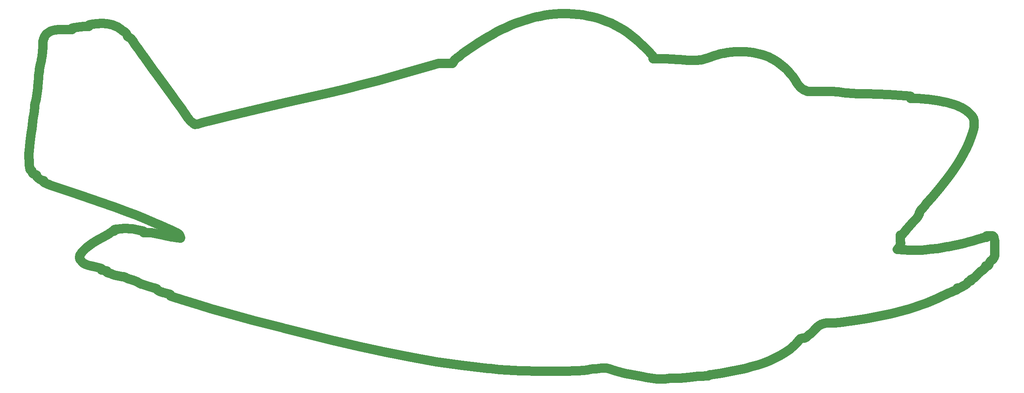
<source format=gbr>
%TF.GenerationSoftware,KiCad,Pcbnew,9.0.6*%
%TF.CreationDate,2025-11-25T23:45:01-06:00*%
%TF.ProjectId,1745LightUpBoard,31373435-4c69-4676-9874-5570426f6172,rev?*%
%TF.SameCoordinates,Original*%
%TF.FileFunction,Profile,NP*%
%FSLAX46Y46*%
G04 Gerber Fmt 4.6, Leading zero omitted, Abs format (unit mm)*
G04 Created by KiCad (PCBNEW 9.0.6) date 2025-11-25 23:45:01*
%MOMM*%
%LPD*%
G01*
G04 APERTURE LIST*
%TA.AperFunction,Profile*%
%ADD10C,2.000000*%
%TD*%
G04 APERTURE END LIST*
D10*
X159948369Y-42522447D02*
X161028813Y-42567653D01*
X162100986Y-42657611D01*
X163163476Y-42792641D01*
X164214867Y-42973066D01*
X165253749Y-43199206D01*
X166278706Y-43471386D01*
X167288325Y-43789925D01*
X168281193Y-44155146D01*
X169255897Y-44567371D01*
X170211023Y-45026922D01*
X171145157Y-45534120D01*
X172056887Y-46089288D01*
X172944799Y-46692747D01*
X173807479Y-47344819D01*
X174643514Y-48045826D01*
X175099662Y-48444870D01*
X175984551Y-49237825D01*
X176421154Y-49642202D01*
X176849907Y-50054722D01*
X177267841Y-50477542D01*
X177471824Y-50693488D01*
X177671989Y-50912817D01*
X177867966Y-51135801D01*
X178059383Y-51362707D01*
X178245869Y-51593805D01*
X178427054Y-51829366D01*
X178427054Y-52345307D01*
X178714330Y-52339847D01*
X180079209Y-52328841D01*
X180759207Y-52333819D01*
X181438288Y-52347577D01*
X182116985Y-52371458D01*
X182795833Y-52406807D01*
X183475364Y-52454968D01*
X184156112Y-52517284D01*
X185076387Y-52603110D01*
X185957354Y-52667789D01*
X186386446Y-52688342D01*
X186809730Y-52698981D01*
X187228545Y-52698162D01*
X187644230Y-52684345D01*
X188058127Y-52655985D01*
X188471572Y-52611542D01*
X188885908Y-52549471D01*
X189302472Y-52468232D01*
X189722605Y-52366281D01*
X190147646Y-52242075D01*
X190578934Y-52094074D01*
X191017809Y-51920733D01*
X191681512Y-51666363D01*
X192376955Y-51444681D01*
X193099691Y-51255538D01*
X193845273Y-51098784D01*
X194609255Y-50974269D01*
X195387188Y-50881843D01*
X196174627Y-50821359D01*
X196967125Y-50792664D01*
X197760234Y-50795611D01*
X198549508Y-50830050D01*
X199330500Y-50895831D01*
X200098762Y-50992804D01*
X200849849Y-51120821D01*
X201579313Y-51279731D01*
X202282706Y-51469385D01*
X202955583Y-51689633D01*
X203514800Y-51936985D01*
X204050128Y-52199085D01*
X204562763Y-52476330D01*
X205053903Y-52769119D01*
X205524742Y-53077848D01*
X205976479Y-53402916D01*
X206410309Y-53744720D01*
X206827430Y-54103658D01*
X207229037Y-54480128D01*
X207616328Y-54874527D01*
X207990499Y-55287253D01*
X208352747Y-55718704D01*
X208704268Y-56169277D01*
X209046258Y-56639371D01*
X209379915Y-57129382D01*
X209706435Y-57639708D01*
X209817597Y-57804506D01*
X209929501Y-57962309D01*
X210042842Y-58113044D01*
X210158315Y-58256640D01*
X210276614Y-58393022D01*
X210398433Y-58522120D01*
X210524466Y-58643860D01*
X210655408Y-58758170D01*
X210791954Y-58864977D01*
X210934797Y-58964209D01*
X211084632Y-59055793D01*
X211242153Y-59139656D01*
X211408056Y-59215726D01*
X211583033Y-59283930D01*
X211767781Y-59344197D01*
X211962992Y-59396452D01*
X212244100Y-59414346D01*
X212524818Y-59426235D01*
X212805298Y-59432950D01*
X213085692Y-59435321D01*
X213646835Y-59430346D01*
X214209467Y-59417950D01*
X215459678Y-59403841D01*
X216061351Y-59397374D01*
X216584753Y-59402878D01*
X217106423Y-59420641D01*
X217626683Y-59449873D01*
X218145850Y-59489784D01*
X218664245Y-59539583D01*
X219182187Y-59598481D01*
X219699996Y-59665687D01*
X220217990Y-59740410D01*
X220790371Y-59802349D01*
X221362847Y-59851320D01*
X221935523Y-59889225D01*
X222508502Y-59917962D01*
X223655787Y-59955534D01*
X224805538Y-59979236D01*
X227187398Y-60043196D01*
X229565871Y-60140914D01*
X231942864Y-60270064D01*
X234320280Y-60428323D01*
X234320280Y-60944263D01*
X234649081Y-60934057D01*
X235152484Y-60932687D01*
X235652322Y-60944952D01*
X236149559Y-60969596D01*
X236645161Y-61005361D01*
X237140093Y-61050989D01*
X237635318Y-61105222D01*
X238131801Y-61166804D01*
X238630507Y-61234475D01*
X239293736Y-61327186D01*
X240433482Y-61503125D01*
X241585893Y-61712572D01*
X242160899Y-61836051D01*
X242731934Y-61975335D01*
X243296618Y-62132901D01*
X243852572Y-62311224D01*
X244397416Y-62512781D01*
X244928771Y-62740047D01*
X245444258Y-62995500D01*
X245941498Y-63281615D01*
X246418110Y-63600868D01*
X246871716Y-63955736D01*
X247299937Y-64348695D01*
X247700393Y-64782220D01*
X247794541Y-64925613D01*
X247875351Y-65071806D01*
X247943669Y-65220612D01*
X248000336Y-65371843D01*
X248046197Y-65525311D01*
X248082094Y-65680829D01*
X248108871Y-65838210D01*
X248127372Y-65997265D01*
X248138439Y-66157807D01*
X248142916Y-66319649D01*
X248141647Y-66482604D01*
X248135474Y-66646482D01*
X248111790Y-66976263D01*
X248078613Y-67307491D01*
X247768269Y-68485426D01*
X247384408Y-69645896D01*
X246933008Y-70788818D01*
X246420043Y-71914112D01*
X245851489Y-73021696D01*
X245233322Y-74111488D01*
X244571518Y-75183408D01*
X243872053Y-76237374D01*
X243140901Y-77273304D01*
X242384040Y-78291117D01*
X240817089Y-80272068D01*
X239219007Y-82179574D01*
X237637598Y-84012985D01*
X237400832Y-84289009D01*
X237070798Y-84670878D01*
X236739409Y-85051571D01*
X236614412Y-85205137D01*
X236563306Y-85269323D01*
X236518786Y-85327057D01*
X236480095Y-85379799D01*
X236446477Y-85429009D01*
X236417174Y-85476144D01*
X236391431Y-85522665D01*
X236368490Y-85570031D01*
X236347595Y-85619702D01*
X236327988Y-85673136D01*
X236308913Y-85731794D01*
X236289614Y-85797134D01*
X236269332Y-85870617D01*
X236222799Y-86047845D01*
X236176552Y-86171008D01*
X236126292Y-86288667D01*
X236072166Y-86401315D01*
X236014320Y-86509443D01*
X235952902Y-86613542D01*
X235888058Y-86714104D01*
X235819934Y-86811620D01*
X235748677Y-86906582D01*
X235674434Y-86999480D01*
X235597352Y-87090807D01*
X235517576Y-87181053D01*
X235435254Y-87270711D01*
X235263558Y-87450225D01*
X235083437Y-87633282D01*
X234771811Y-87962342D01*
X234466128Y-88293921D01*
X234165875Y-88628466D01*
X233870541Y-88966428D01*
X233579611Y-89308257D01*
X233292575Y-89654401D01*
X233008918Y-90005310D01*
X232728129Y-90361435D01*
X232428510Y-90696660D01*
X232084551Y-90696660D01*
X232108737Y-91199157D01*
X232127547Y-91857518D01*
X232151730Y-92510503D01*
X232135772Y-92634991D01*
X232117290Y-92747421D01*
X232095933Y-92849108D01*
X232071350Y-92941368D01*
X232043189Y-93025519D01*
X232011097Y-93102875D01*
X231974723Y-93174753D01*
X231933716Y-93242469D01*
X231887723Y-93307338D01*
X231836393Y-93370678D01*
X231779374Y-93433804D01*
X231716315Y-93498031D01*
X231646863Y-93564677D01*
X231570666Y-93635057D01*
X231396634Y-93792284D01*
X232858884Y-93882157D01*
X234011027Y-93944240D01*
X234955848Y-93976519D01*
X235796131Y-93976978D01*
X236634660Y-93943601D01*
X237574221Y-93874373D01*
X238717597Y-93767278D01*
X240167572Y-93620302D01*
X240599536Y-93532972D01*
X241439277Y-93360990D01*
X241813641Y-93294406D01*
X242188547Y-93234520D01*
X242564182Y-93179087D01*
X242940736Y-93125859D01*
X243737069Y-92991345D01*
X244527221Y-92832510D01*
X245312038Y-92652493D01*
X246092368Y-92454437D01*
X246869059Y-92241481D01*
X247642958Y-92016767D01*
X249185771Y-91544628D01*
X249608287Y-91414134D01*
X249983693Y-91296405D01*
X250093841Y-91268742D01*
X250182911Y-91247953D01*
X250222643Y-91239830D01*
X250260825Y-91233057D01*
X250298698Y-91227512D01*
X250337503Y-91223072D01*
X250378479Y-91219614D01*
X250422867Y-91217016D01*
X250471906Y-91215154D01*
X250526837Y-91213906D01*
X250659334Y-91212760D01*
X250830280Y-91212596D01*
X250830280Y-90868632D01*
X251446944Y-90859187D01*
X251795815Y-90856039D01*
X252005876Y-90859187D01*
X252206113Y-90868632D01*
X252257545Y-90925670D01*
X252304758Y-90989317D01*
X252347925Y-91059176D01*
X252387216Y-91134847D01*
X252422806Y-91215933D01*
X252454866Y-91302035D01*
X252509088Y-91487694D01*
X252551261Y-91688639D01*
X252582765Y-91901682D01*
X252604979Y-92123637D01*
X252619285Y-92351319D01*
X252627061Y-92581539D01*
X252629687Y-92811111D01*
X252625009Y-93255569D01*
X252616288Y-93659199D01*
X252614563Y-93996509D01*
X252634045Y-94403275D01*
X252636240Y-94660603D01*
X252634795Y-94775627D01*
X252630758Y-94883090D01*
X252623458Y-94984142D01*
X252612223Y-95079930D01*
X252596380Y-95171605D01*
X252575258Y-95260314D01*
X252548184Y-95347208D01*
X252514487Y-95433435D01*
X252473494Y-95520144D01*
X252424533Y-95608485D01*
X252366933Y-95699605D01*
X252300021Y-95794655D01*
X252223126Y-95894783D01*
X252135574Y-96001139D01*
X251690175Y-96371971D01*
X251508642Y-96694409D01*
X251446128Y-96809280D01*
X251394387Y-96909375D01*
X251347374Y-97006786D01*
X251299042Y-97113606D01*
X251174238Y-97403842D01*
X250658301Y-97403842D01*
X250561562Y-97694059D01*
X250503435Y-97783364D01*
X250444016Y-97866614D01*
X250383205Y-97944382D01*
X250320901Y-98017240D01*
X250257004Y-98085763D01*
X250191412Y-98150522D01*
X250124026Y-98212090D01*
X250054744Y-98271042D01*
X249983467Y-98327950D01*
X249910093Y-98383386D01*
X249834521Y-98437925D01*
X249756652Y-98492138D01*
X249420185Y-98717202D01*
X249362707Y-98761603D01*
X249307433Y-98806088D01*
X249254175Y-98850768D01*
X249202743Y-98895754D01*
X249152948Y-98941158D01*
X249104600Y-98987089D01*
X249057509Y-99033659D01*
X249011487Y-99080978D01*
X248966344Y-99129159D01*
X248921891Y-99178311D01*
X248834295Y-99279973D01*
X248747184Y-99386853D01*
X248659043Y-99499838D01*
X248583181Y-99588097D01*
X248510477Y-99669178D01*
X248440159Y-99743575D01*
X248371450Y-99811783D01*
X248303578Y-99874297D01*
X248235768Y-99931610D01*
X248167244Y-99984218D01*
X248097234Y-100032614D01*
X248024962Y-100077292D01*
X247949655Y-100118748D01*
X247870537Y-100157476D01*
X247786835Y-100193970D01*
X247697775Y-100228724D01*
X247602581Y-100262233D01*
X247500479Y-100294991D01*
X247390696Y-100327493D01*
X247390696Y-100671447D01*
X246874759Y-100843429D01*
X246530800Y-101359364D01*
X246344714Y-101461478D01*
X246275351Y-101498428D01*
X246211027Y-101531346D01*
X246143679Y-101564264D01*
X246065248Y-101601214D01*
X245842884Y-101703328D01*
X245402187Y-101982793D01*
X245262811Y-102060847D01*
X245204436Y-102092426D01*
X245151776Y-102119503D01*
X245103462Y-102142422D01*
X245058124Y-102161531D01*
X245014391Y-102177177D01*
X244970895Y-102189705D01*
X244926266Y-102199461D01*
X244879133Y-102206793D01*
X244828126Y-102212047D01*
X244771877Y-102215568D01*
X244709014Y-102217705D01*
X244638169Y-102218801D01*
X244467051Y-102219263D01*
X244467051Y-102563217D01*
X244169446Y-102677425D01*
X243655208Y-102883091D01*
X243144445Y-103095733D01*
X242636603Y-103314415D01*
X242131131Y-103538205D01*
X241125085Y-103997365D01*
X240121889Y-104465739D01*
X238941457Y-104984381D01*
X237743040Y-105468834D01*
X236528331Y-105920723D01*
X235299021Y-106341673D01*
X234056804Y-106733308D01*
X232803371Y-107097255D01*
X230269628Y-107748583D01*
X227711332Y-108308657D01*
X225142021Y-108790478D01*
X222575235Y-109207047D01*
X220024513Y-109571367D01*
X219537838Y-109637293D01*
X219255907Y-109671413D01*
X218975128Y-109702275D01*
X218695020Y-109729453D01*
X218415099Y-109752517D01*
X218134881Y-109771039D01*
X217853885Y-109784591D01*
X217571627Y-109792745D01*
X217287624Y-109795072D01*
X216812561Y-109796875D01*
X216586935Y-109801554D01*
X216368285Y-109810541D01*
X216155894Y-109825179D01*
X215949040Y-109846810D01*
X215747004Y-109876775D01*
X215549066Y-109916416D01*
X215354507Y-109967077D01*
X215162607Y-110030099D01*
X214972646Y-110106825D01*
X214783904Y-110198595D01*
X214595663Y-110306754D01*
X214407201Y-110432641D01*
X214217800Y-110577602D01*
X214026739Y-110742975D01*
X213810272Y-110975383D01*
X213594789Y-111208704D01*
X213380307Y-111442945D01*
X213166845Y-111678114D01*
X212941860Y-111878225D01*
X212714623Y-112075804D01*
X212485087Y-112270703D01*
X212253204Y-112462774D01*
X211857517Y-112796651D01*
X211720987Y-112881746D01*
X211663690Y-112916502D01*
X211611861Y-112946734D01*
X211564113Y-112972943D01*
X211519063Y-112995631D01*
X211475326Y-113015300D01*
X211431516Y-113032451D01*
X211386251Y-113047587D01*
X211338144Y-113061210D01*
X211285812Y-113073820D01*
X211227869Y-113085922D01*
X211162932Y-113098015D01*
X211089615Y-113110602D01*
X210912306Y-113139265D01*
X210747106Y-113152807D01*
X210679222Y-113159482D01*
X210619645Y-113166777D01*
X210567246Y-113175204D01*
X210520896Y-113185276D01*
X210479465Y-113197506D01*
X210441826Y-113212406D01*
X210424076Y-113221018D01*
X210406850Y-113230489D01*
X210373407Y-113252269D01*
X210340370Y-113278257D01*
X210306609Y-113308966D01*
X210270996Y-113344909D01*
X210232402Y-113386599D01*
X210141755Y-113489269D01*
X209909986Y-113827857D01*
X209524767Y-114267805D01*
X209110730Y-114689686D01*
X208669443Y-115093927D01*
X208202474Y-115480953D01*
X207711389Y-115851192D01*
X207197757Y-116205070D01*
X206109120Y-116865448D01*
X204949102Y-117465500D01*
X203730242Y-118008638D01*
X202465079Y-118498274D01*
X201166155Y-118937821D01*
X199846009Y-119330690D01*
X198517179Y-119680294D01*
X197192206Y-119990045D01*
X195883629Y-120263355D01*
X193365823Y-120714300D01*
X191064078Y-121060426D01*
X190926627Y-121071619D01*
X190870311Y-121076978D01*
X190821100Y-121082664D01*
X190778117Y-121089042D01*
X190740484Y-121096475D01*
X190707326Y-121105328D01*
X190677765Y-121115964D01*
X190650926Y-121128748D01*
X190625930Y-121144044D01*
X190601903Y-121162215D01*
X190577966Y-121183626D01*
X190553243Y-121208640D01*
X190526858Y-121237623D01*
X190465593Y-121308947D01*
X190091989Y-121334887D01*
X189718822Y-121357778D01*
X189345525Y-121377751D01*
X188971528Y-121394938D01*
X188307363Y-121428737D01*
X187978239Y-121450768D01*
X187650284Y-121477576D01*
X187322895Y-121510177D01*
X186995469Y-121549588D01*
X186667403Y-121596823D01*
X186338094Y-121652901D01*
X185887143Y-121703981D01*
X185437368Y-121744908D01*
X184988242Y-121776340D01*
X184539239Y-121798935D01*
X184089832Y-121813353D01*
X183639495Y-121820252D01*
X183187702Y-121820292D01*
X182733924Y-121814131D01*
X182562611Y-121813165D01*
X182428121Y-121813662D01*
X182318881Y-121816757D01*
X182270113Y-121819633D01*
X182223318Y-121823583D01*
X182177050Y-121828750D01*
X182129860Y-121835274D01*
X182026934Y-121852964D01*
X181902968Y-121877785D01*
X181746388Y-121910873D01*
X181438891Y-121951944D01*
X181132548Y-121982248D01*
X180827224Y-122002440D01*
X180522786Y-122013172D01*
X180219100Y-122015100D01*
X179916033Y-122008876D01*
X179613451Y-121995154D01*
X179311220Y-121974589D01*
X178707279Y-121915544D01*
X178103139Y-121836970D01*
X177497732Y-121744098D01*
X176889989Y-121642159D01*
X176216850Y-121528417D01*
X175277048Y-121361201D01*
X174335140Y-121183188D01*
X173393397Y-120991819D01*
X172454090Y-120784531D01*
X171519487Y-120558764D01*
X170591861Y-120311956D01*
X169673480Y-120041547D01*
X168766616Y-119744974D01*
X168665096Y-119713965D01*
X168567032Y-119687080D01*
X168471892Y-119664120D01*
X168379144Y-119644885D01*
X168288256Y-119629177D01*
X168198697Y-119616796D01*
X168109935Y-119607543D01*
X168021437Y-119601219D01*
X167932672Y-119597624D01*
X167843108Y-119596560D01*
X167752212Y-119597827D01*
X167659455Y-119601225D01*
X167466222Y-119613621D01*
X167259156Y-119632154D01*
X166667307Y-119688579D01*
X166049992Y-119763428D01*
X165433549Y-119843735D01*
X164817782Y-119929096D01*
X164202492Y-120019103D01*
X163171373Y-120131018D01*
X162138111Y-120211483D01*
X161103165Y-120265610D01*
X160066995Y-120298510D01*
X157992824Y-120321076D01*
X155919277Y-120320071D01*
X155568251Y-120320369D01*
X152597970Y-120296133D01*
X151115975Y-120261837D01*
X149635365Y-120210426D01*
X148155605Y-120140149D01*
X146676160Y-120049260D01*
X145196495Y-119936010D01*
X143716076Y-119798651D01*
X143177869Y-119745584D01*
X142639514Y-119694123D01*
X137046535Y-119057071D01*
X131473336Y-118247051D01*
X125920044Y-117286125D01*
X120386791Y-116196360D01*
X114873704Y-114999820D01*
X109380914Y-113718569D01*
X98456742Y-110990197D01*
X97871280Y-110840055D01*
X91792785Y-109266390D01*
X85712349Y-107625906D01*
X82682817Y-106764557D01*
X79666495Y-105867244D01*
X76667950Y-104927549D01*
X73691748Y-103939052D01*
X73691748Y-103595098D01*
X73308151Y-103494329D01*
X72799605Y-103358618D01*
X72297783Y-103225605D01*
X72122722Y-103173314D01*
X71949829Y-103119720D01*
X71778784Y-103064187D01*
X71609268Y-103006080D01*
X71440959Y-102944763D01*
X71273538Y-102879601D01*
X71106684Y-102809958D01*
X70940078Y-102735199D01*
X70768097Y-102391235D01*
X70657306Y-102347057D01*
X70569065Y-102312598D01*
X70494682Y-102285087D01*
X70425464Y-102261753D01*
X70352723Y-102239825D01*
X70267764Y-102216532D01*
X70026432Y-102154765D01*
X69508306Y-102005519D01*
X68991735Y-101852458D01*
X68476577Y-101694696D01*
X67962691Y-101531346D01*
X67459520Y-101370116D01*
X67301892Y-101309286D01*
X67178109Y-101260369D01*
X67077487Y-101218144D01*
X67032524Y-101197909D01*
X66989344Y-101177391D01*
X66946614Y-101155936D01*
X66902997Y-101132892D01*
X66807762Y-101079426D01*
X66692956Y-101011775D01*
X66547897Y-100924718D01*
X66467562Y-100877734D01*
X66388238Y-100833507D01*
X66309693Y-100791858D01*
X66231695Y-100752606D01*
X66154013Y-100715569D01*
X66076414Y-100680567D01*
X65998667Y-100647420D01*
X65920540Y-100615947D01*
X65762219Y-100557299D01*
X65599596Y-100503178D01*
X65430817Y-100452138D01*
X65254026Y-100402733D01*
X64939287Y-100314274D01*
X64786535Y-100267993D01*
X64635943Y-100218901D01*
X64486825Y-100165916D01*
X64338491Y-100107955D01*
X64190254Y-100043937D01*
X64115957Y-100009318D01*
X64041426Y-99972778D01*
X63926320Y-99908953D01*
X63877763Y-99882963D01*
X63833519Y-99860460D01*
X63792328Y-99841098D01*
X63752925Y-99824529D01*
X63714048Y-99810409D01*
X63674435Y-99798389D01*
X63632822Y-99788124D01*
X63587949Y-99779268D01*
X63538551Y-99771473D01*
X63483367Y-99764394D01*
X63421134Y-99757685D01*
X63350589Y-99750998D01*
X63179513Y-99736308D01*
X62760765Y-99666953D01*
X62345505Y-99581527D01*
X61933844Y-99480893D01*
X61525894Y-99365909D01*
X61121766Y-99237435D01*
X60721570Y-99096332D01*
X60325418Y-98943459D01*
X59933421Y-98779677D01*
X59933421Y-98435723D01*
X58729568Y-98263741D01*
X58729568Y-97919778D01*
X58106129Y-97801543D01*
X57062235Y-97565834D01*
X56267243Y-97375697D01*
X55948364Y-97291224D01*
X55674045Y-97210349D01*
X55438397Y-97130476D01*
X55235530Y-97049006D01*
X55059558Y-96963341D01*
X54904590Y-96870883D01*
X54764738Y-96769035D01*
X54634114Y-96655199D01*
X54506829Y-96526776D01*
X54376994Y-96381168D01*
X54086119Y-96028007D01*
X54047326Y-95870809D01*
X54032086Y-95805057D01*
X54019617Y-95745856D01*
X54009919Y-95691693D01*
X54002992Y-95641056D01*
X53998835Y-95592435D01*
X53997450Y-95544319D01*
X53998835Y-95495194D01*
X54002992Y-95443550D01*
X54009919Y-95387875D01*
X54019617Y-95326658D01*
X54032086Y-95258387D01*
X54047326Y-95181551D01*
X54086119Y-94996136D01*
X54199507Y-94823310D01*
X54318600Y-94654995D01*
X54572911Y-94331332D01*
X54847084Y-94024015D01*
X55139149Y-93731910D01*
X55447138Y-93453884D01*
X55769083Y-93188805D01*
X56103013Y-92935539D01*
X56446961Y-92692952D01*
X56798957Y-92459913D01*
X57157034Y-92235288D01*
X57883551Y-91806746D01*
X59322915Y-91000773D01*
X59733887Y-90768538D01*
X60101316Y-90563092D01*
X60221044Y-90493562D01*
X60315344Y-90437829D01*
X60392599Y-90390100D01*
X60427453Y-90367426D01*
X60461189Y-90344580D01*
X60494854Y-90320839D01*
X60529497Y-90295477D01*
X60605903Y-90236998D01*
X60698790Y-90163350D01*
X60816539Y-90068738D01*
X60923078Y-89992168D01*
X60967506Y-89961189D01*
X61007338Y-89934627D01*
X61043547Y-89912143D01*
X61077107Y-89893396D01*
X61108992Y-89878048D01*
X61124610Y-89871542D01*
X61140175Y-89865758D01*
X61155808Y-89860654D01*
X61171630Y-89856187D01*
X61204331Y-89848994D01*
X61239251Y-89843841D01*
X61277364Y-89840386D01*
X61319643Y-89838290D01*
X61367063Y-89837214D01*
X61481218Y-89836761D01*
X61481218Y-89492808D01*
X61904404Y-89423543D01*
X62318503Y-89367059D01*
X62724735Y-89323210D01*
X63124318Y-89291851D01*
X63518471Y-89272836D01*
X63908414Y-89266019D01*
X64295366Y-89271256D01*
X64680546Y-89288400D01*
X65065172Y-89317305D01*
X65450464Y-89357828D01*
X65837640Y-89409821D01*
X66227921Y-89473140D01*
X66622525Y-89547639D01*
X67022671Y-89633173D01*
X67429578Y-89729595D01*
X67844465Y-89836761D01*
X67844465Y-90180715D01*
X68189500Y-90166363D01*
X68643431Y-90164521D01*
X69087123Y-90179924D01*
X69523402Y-90211762D01*
X69955093Y-90259226D01*
X70385023Y-90321508D01*
X70816016Y-90397798D01*
X71250897Y-90487288D01*
X71692494Y-90589167D01*
X72729066Y-90826311D01*
X73228131Y-90939934D01*
X73563312Y-91009931D01*
X73899169Y-91074825D01*
X74235685Y-91135107D01*
X74572840Y-91191271D01*
X75248991Y-91293209D01*
X75927472Y-91384578D01*
X75870998Y-91203795D01*
X75843284Y-91120260D01*
X75815149Y-91040808D01*
X75786015Y-90965075D01*
X75755304Y-90892695D01*
X75722438Y-90823305D01*
X75686841Y-90756539D01*
X75647934Y-90692033D01*
X75605139Y-90629420D01*
X75557879Y-90568337D01*
X75505577Y-90508419D01*
X75447654Y-90449300D01*
X75383533Y-90390616D01*
X75312637Y-90332002D01*
X75234387Y-90273093D01*
X74796855Y-90067856D01*
X74296362Y-89829164D01*
X73745485Y-89578789D01*
X73164396Y-89308607D01*
X72225677Y-88881520D01*
X71284042Y-88460927D01*
X70672287Y-88189108D01*
X68528877Y-87272979D01*
X66369097Y-86398207D01*
X64195340Y-85559109D01*
X62010000Y-84750000D01*
X57614145Y-83199013D01*
X53200680Y-81699770D01*
X50920495Y-80927293D01*
X48643242Y-80146142D01*
X48134060Y-79971244D01*
X47660168Y-79806840D01*
X47243127Y-79662718D01*
X47105273Y-79608767D01*
X46969322Y-79552703D01*
X46834946Y-79494563D01*
X46701811Y-79434385D01*
X46569588Y-79372207D01*
X46437944Y-79308068D01*
X46306550Y-79242006D01*
X46175075Y-79174058D01*
X46175075Y-78830094D01*
X45884868Y-78787099D01*
X45788760Y-78753963D01*
X45696829Y-78718350D01*
X45608681Y-78680276D01*
X45523920Y-78639762D01*
X45442152Y-78596827D01*
X45362981Y-78551489D01*
X45286013Y-78503769D01*
X45210853Y-78453684D01*
X45137106Y-78401255D01*
X45064378Y-78346499D01*
X44992273Y-78289437D01*
X44920396Y-78230088D01*
X44775749Y-78104602D01*
X44627278Y-77970195D01*
X44627278Y-77626241D01*
X44208075Y-77497255D01*
X43767369Y-77282287D01*
X43728240Y-77164553D01*
X43698180Y-77072012D01*
X43675172Y-76996602D01*
X43657202Y-76930262D01*
X43642254Y-76864930D01*
X43628312Y-76792545D01*
X43613362Y-76705046D01*
X43595387Y-76594370D01*
X43251443Y-76422388D01*
X43159205Y-75934549D01*
X43088424Y-75441846D01*
X43037558Y-74944979D01*
X43005068Y-74444648D01*
X42989414Y-73941553D01*
X42989055Y-73436395D01*
X43002452Y-72929873D01*
X43028065Y-72422689D01*
X43109777Y-71409130D01*
X43221869Y-70401322D01*
X43487913Y-68425358D01*
X43603460Y-67563446D01*
X43831361Y-65878252D01*
X43928511Y-65141859D01*
X44021305Y-64404952D01*
X44198752Y-62930083D01*
X44233578Y-62690205D01*
X44271172Y-62451666D01*
X44353691Y-61977295D01*
X44444375Y-61504362D01*
X44541287Y-61030254D01*
X44648437Y-60453447D01*
X44738696Y-59875281D01*
X44814631Y-59295822D01*
X44878809Y-58715136D01*
X44933798Y-58133288D01*
X44982167Y-57550346D01*
X45069313Y-56381439D01*
X45107270Y-55928249D01*
X45152621Y-55482649D01*
X45206779Y-55042724D01*
X45271158Y-54606560D01*
X45347172Y-54172244D01*
X45436232Y-53737862D01*
X45539753Y-53301499D01*
X45659149Y-52861242D01*
X45713111Y-52522562D01*
X45763588Y-52184875D01*
X45810211Y-51846788D01*
X45852613Y-51506905D01*
X45898396Y-51140402D01*
X45924709Y-50903878D01*
X45947335Y-50668971D01*
X45965844Y-50435093D01*
X45979807Y-50201651D01*
X45988794Y-49968055D01*
X45992377Y-49733713D01*
X45990125Y-49498035D01*
X45981610Y-49260430D01*
X45981101Y-49105577D01*
X45987258Y-48953155D01*
X45999933Y-48803056D01*
X46018980Y-48655172D01*
X46044251Y-48509394D01*
X46075600Y-48365615D01*
X46112879Y-48223727D01*
X46155942Y-48083620D01*
X46204642Y-47945188D01*
X46258831Y-47808322D01*
X46318363Y-47672913D01*
X46383091Y-47538854D01*
X46452868Y-47406036D01*
X46527546Y-47274352D01*
X46606979Y-47143692D01*
X46691020Y-47013950D01*
X46805406Y-46906682D01*
X46923867Y-46806881D01*
X47046208Y-46714281D01*
X47172234Y-46628614D01*
X47301753Y-46549614D01*
X47434569Y-46477013D01*
X47570490Y-46410545D01*
X47709320Y-46349941D01*
X47994934Y-46245262D01*
X48289859Y-46160838D01*
X48592543Y-46094533D01*
X48901432Y-46044210D01*
X49214976Y-46007732D01*
X49531621Y-45982964D01*
X49849815Y-45967767D01*
X50168006Y-45960006D01*
X51409689Y-45960581D01*
X51888059Y-45969713D01*
X52366340Y-45982074D01*
X52366340Y-45638120D01*
X53494954Y-45466138D01*
X54129799Y-45369401D01*
X54362372Y-45344749D01*
X54593276Y-45325135D01*
X54823123Y-45310218D01*
X55052525Y-45299657D01*
X55282091Y-45293112D01*
X55512435Y-45290242D01*
X55744167Y-45290705D01*
X55977899Y-45294162D01*
X55977899Y-44950203D01*
X56848398Y-44815531D01*
X57669801Y-44710865D01*
X58066410Y-44673987D01*
X58455928Y-44649654D01*
X58840082Y-44639547D01*
X59220599Y-44645347D01*
X59599207Y-44668735D01*
X59977634Y-44711392D01*
X60357607Y-44775000D01*
X60740854Y-44861240D01*
X61129102Y-44971793D01*
X61524078Y-45108339D01*
X61927511Y-45272561D01*
X62341127Y-45466138D01*
X62558924Y-45634561D01*
X62774999Y-45805206D01*
X62989110Y-45978297D01*
X63201016Y-46154056D01*
X63663205Y-46401277D01*
X63749263Y-46462123D01*
X63788741Y-46492153D01*
X63825996Y-46522002D01*
X63861135Y-46551730D01*
X63894268Y-46581398D01*
X63925501Y-46611065D01*
X63954942Y-46640794D01*
X63982701Y-46670644D01*
X64008884Y-46700675D01*
X64033599Y-46730949D01*
X64056955Y-46761526D01*
X64100021Y-46823830D01*
X64138944Y-46888073D01*
X64174589Y-46954737D01*
X64207820Y-47024309D01*
X64239499Y-47097270D01*
X64270492Y-47174107D01*
X64404869Y-47529890D01*
X64716578Y-47668949D01*
X64811094Y-47723403D01*
X64898747Y-47779881D01*
X64980189Y-47838449D01*
X65056069Y-47899172D01*
X65127041Y-47962116D01*
X65193755Y-48027345D01*
X65256861Y-48094925D01*
X65317012Y-48164922D01*
X65374858Y-48237401D01*
X65431051Y-48312427D01*
X65486242Y-48390066D01*
X65541081Y-48470382D01*
X65769952Y-48819734D01*
X66180427Y-49430394D01*
X66403706Y-49762678D01*
X66725714Y-50227151D01*
X67052930Y-50687873D01*
X67715469Y-51603643D01*
X68002621Y-52000004D01*
X68585772Y-52804391D01*
X69994198Y-54753012D01*
X70553129Y-55526921D01*
X74186567Y-60557855D01*
X74741710Y-61326303D01*
X76196870Y-63344580D01*
X76501855Y-63768147D01*
X77077588Y-64568924D01*
X77339996Y-64985052D01*
X77450617Y-65156469D01*
X77551316Y-65307461D01*
X77644942Y-65441031D01*
X77734345Y-65560184D01*
X77822375Y-65667922D01*
X77911883Y-65767250D01*
X78005718Y-65861172D01*
X78106729Y-65952691D01*
X78217767Y-66044812D01*
X78341682Y-66140538D01*
X78481323Y-66242873D01*
X78639541Y-66354822D01*
X79023104Y-66619574D01*
X79262553Y-66585022D01*
X79350652Y-66570477D01*
X79430954Y-66554974D01*
X79513425Y-66536426D01*
X79608031Y-66512751D01*
X79873512Y-66441676D01*
X80412289Y-66307443D01*
X81010258Y-66154023D01*
X81986924Y-65909678D01*
X83060333Y-65639069D01*
X87077229Y-64635768D01*
X87521743Y-64525299D01*
X93204510Y-63142369D01*
X98894522Y-61789498D01*
X108742546Y-59564276D01*
X112297803Y-58728655D01*
X115455030Y-57946252D01*
X118600079Y-57118484D01*
X122118804Y-56146771D01*
X131820697Y-53377178D01*
X132002441Y-53368494D01*
X132184333Y-53362965D01*
X132366297Y-53360345D01*
X132548258Y-53360386D01*
X132966449Y-53362062D01*
X133400758Y-53366431D01*
X133841117Y-53368782D01*
X134916330Y-53377178D01*
X135050306Y-53066182D01*
X135093338Y-52991134D01*
X135136301Y-52920600D01*
X135179442Y-52854142D01*
X135223007Y-52791323D01*
X135267240Y-52731704D01*
X135312388Y-52674848D01*
X135358697Y-52620317D01*
X135406413Y-52567672D01*
X135455780Y-52516477D01*
X135507046Y-52466293D01*
X135560455Y-52416682D01*
X135616254Y-52367207D01*
X135674688Y-52317430D01*
X135736004Y-52266912D01*
X135868261Y-52161904D01*
X136242485Y-51868836D01*
X136646870Y-51560652D01*
X137066361Y-51238355D01*
X137577331Y-50857009D01*
X138092937Y-50484306D01*
X138613101Y-50119535D01*
X139137745Y-49761986D01*
X139666791Y-49410947D01*
X140200160Y-49065708D01*
X140737776Y-48725557D01*
X141279558Y-48389785D01*
X141633172Y-48169689D01*
X142579003Y-47597432D01*
X143541089Y-47044879D01*
X144518694Y-46514110D01*
X145511084Y-46007203D01*
X146517523Y-45526239D01*
X147537278Y-45073297D01*
X148569613Y-44650456D01*
X149613793Y-44259794D01*
X150669084Y-43903392D01*
X151734750Y-43583328D01*
X152810058Y-43301682D01*
X153894271Y-43060533D01*
X154986656Y-42861960D01*
X156086477Y-42708043D01*
X157193000Y-42600861D01*
X158305490Y-42542492D01*
X158861068Y-42521669D01*
X159948369Y-42522447D01*
M02*

</source>
